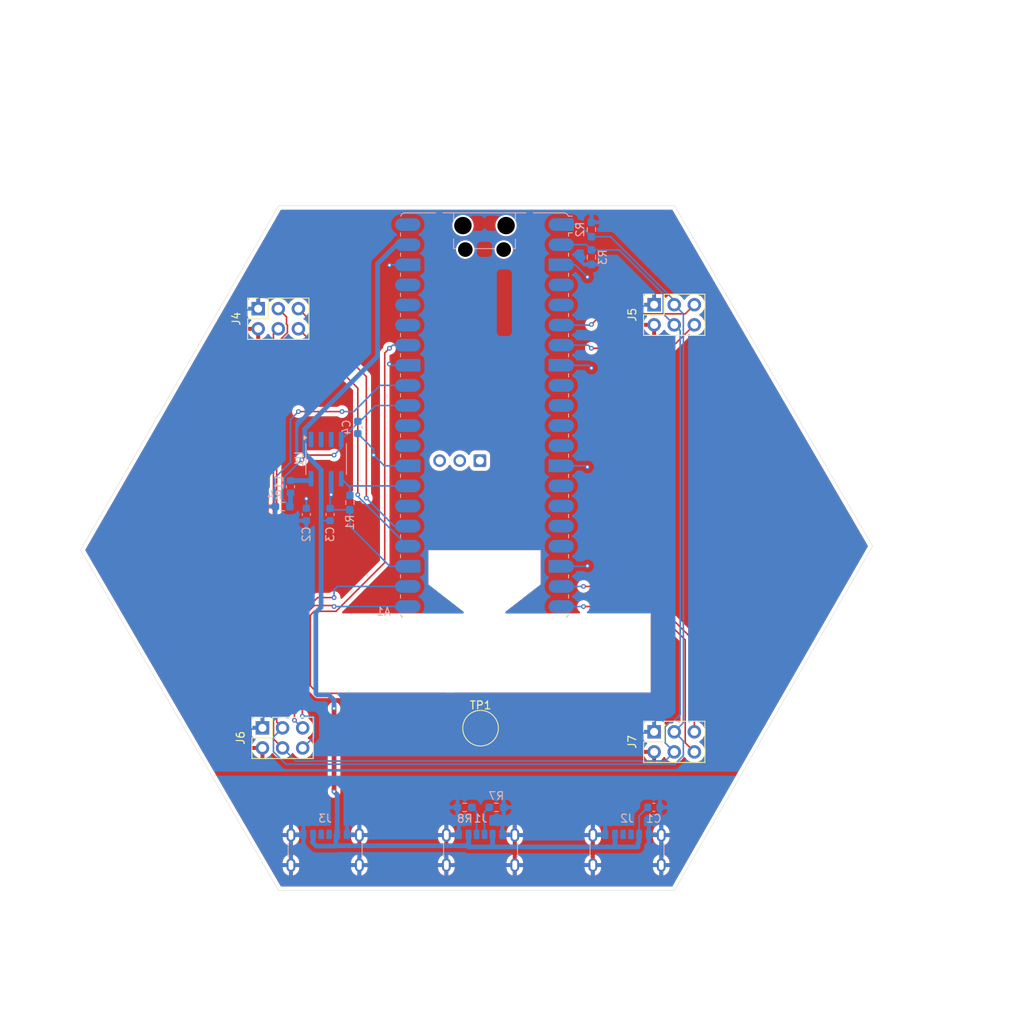
<source format=kicad_pcb>
(kicad_pcb (version 20241229) (generator "pcbnew") (generator_version "9.0")
  (layers (0 "F.Cu" signal) (2 "B.Cu" signal) (13 "F.Paste" user) (15 "B.Paste" user) (5 "F.SilkS" user "F.Silkscreen") (7 "B.SilkS" user "B.Silkscreen") (1 "F.Mask" user) (3 "B.Mask" user) (25 "Edge.Cuts" user))
  (net 0 "")
  (net 2 "/SAO_SCL")
  (net 3 "GND")
  (net 5 "/SAO2_GPIO1")
  (net 6 "/SAO1_GPIO1")
  (net 7 "/EN_3V3")
  (net 8 "/SAO4_GPIO1")
  (net 9 "/SAO1_GPIO2")
  (net 13 "/SAO2_GPIO2")
  (net 14 "/SAO3_GPIO2")
  (net 15 "+5V")
  (net 17 "+3V3")
  (net 19 "/SAO4_GPIO2")
  (net 23 "/SAO_SDA")
  (net 24 "/SAO3_GPIO1")
  (net 25 "Net-(J1-CC1)")
  (net 26 "Net-(J1-CC2)")
  (net 31 "Net-(U1-OUT)")
  (net 42 "/3V3_HI")
  (net 43 "/3V3_LO")
  (net 44 "/TOUCH")
  (footprint "TestPoint:TestPoint_Pad_D4.0mm" (layer "F.Cu") (at 125.5 116)
    (property "Reference" "TP1")
    (property "Value" "TestPoint")
  )
  (footprint "Connector_PinSocket_2.54mm:PinSocket_2x03_P2.54mm_Vertical" (layer "F.Cu") (at 147.42 116.46 90)
    (property "Reference" "J7")
    (property "Value" "Conn_02x03_Odd_Even")
  )
  (footprint "Connector_PinSocket_2.54mm:PinSocket_2x03_P2.54mm_Vertical" (layer "F.Cu") (at 97.96 115.96 90)
    (property "Reference" "J6")
    (property "Value" "Conn_02x03_Odd_Even")
  )
  (footprint "Connector_PinSocket_2.54mm:PinSocket_2x03_P2.54mm_Vertical" (layer "F.Cu") (at 97.42 63 90)
    (property "Reference" "J4")
    (property "Value" "Conn_02x03_Odd_Even")
  )
  (footprint "Connector_PinSocket_2.54mm:PinSocket_2x03_P2.54mm_Vertical" (layer "F.Cu") (at 147.42 62.5 90)
    (property "Reference" "J5")
    (property "Value" "Conn_02x03_Odd_Even")
  )
  (footprint "Connector_USB:USB_C_Receptacle_GCT_USB4125-xx-x_6P_TopMnt_Horizontal" (layer "B.Cu") (at 144 132.5 180)
    (property "Reference" "J2")
    (property "Value" "Power Out")
  )
  (footprint "Resistor_SMD:R_0603_1608Metric_Pad0.98x0.95mm_HandSolder" (layer "B.Cu") (at 127.5 126 180)
    (property "Reference" "R7")
    (property "Value" "5.1K")
  )
  (footprint "Capacitor_SMD:C_0603_1608Metric" (layer "B.Cu") (at 110 78 -90)
    (property "Reference" "C4")
    (property "Value" "120uF")
  )
  (footprint "Connector_USB:USB_C_Receptacle_GCT_USB4125-xx-x_6P_TopMnt_Horizontal" (layer "B.Cu") (at 125.5 132.5 180)
    (property "Reference" "J1")
    (property "Value" "Power In")
  )
  (footprint "Resistor_SMD:R_0603_1608Metric_Pad0.98x0.95mm_HandSolder" (layer "B.Cu") (at 139.5 56.5 90)
    (property "Reference" "R3")
    (property "Value" "4.7k")
  )
  (footprint "Connector_USB:USB_C_Receptacle_GCT_USB4125-xx-x_6P_TopMnt_Horizontal" (layer "B.Cu") (at 105.875 132.5 180)
    (property "Reference" "J3")
    (property "Value" "Power Out")
  )
  (footprint "Capacitor_SMD:C_0603_1608Metric" (layer "B.Cu") (at 147.375 126)
    (property "Reference" "C1")
    (property "Value" "10uF")
  )
  (footprint "Resistor_SMD:R_0603_1608Metric_Pad0.98x0.95mm_HandSolder" (layer "B.Cu") (at 123.5 126)
    (property "Reference" "R8")
    (property "Value" "5.1K")
  )
  (footprint "Resistor_SMD:R_0603_1608Metric_Pad0.98x0.95mm_HandSolder" (layer "B.Cu") (at 139.5 53 -90)
    (property "Reference" "R2")
    (property "Value" "4.7k")
  )
  (footprint "Capacitor_SMD:C_0603_1608Metric" (layer "B.Cu") (at 106.5 89 90)
    (property "Reference" "C3")
    (property "Value" "68uF")
  )
  (footprint "Resistor_SMD:R_0603_1608Metric_Pad0.98x0.95mm_HandSolder" (layer "B.Cu") (at 100.5 88 180)
    (property "Reference" "R4")
    (property "Value" "10")
  )
  (footprint "Inductor_SMD:L_0603_1608Metric" (layer "B.Cu") (at 101.5 85.5 -90)
    (property "Reference" "L1")
    (property "Value" "100uH")
  )
  (footprint "Package_SO:SOIC-8_3.9x4.9mm_P1.27mm" (layer "B.Cu") (at 106 82 -90)
    (property "Reference" "U1")
    (property "Value" "LM2594M-3.3")
  )
  (footprint "Capacitor_SMD:C_0603_1608Metric" (layer "B.Cu") (at 103.5 89 90)
    (property "Reference" "C2")
    (property "Value" "C")
  )
  (footprint "Module:RaspberryPi_Pico_W_SMD_HandSolder" (layer "B.Cu") (at 126 76.5 180)
    (property "Reference" "A1")
    (property "Value" "RaspberryPi_Pico_W")
  )
  (footprint "Resistor_SMD:R_0603_1608Metric_Pad0.98x0.95mm_HandSolder" (layer "B.Cu") (at 109 87.5 -90)
    (property "Reference" "R1")
    (property "Value" "1M")
  )
  (footprint "NetTie:NetTie-2_SMD_Pad0.5mm" (layer "B.Cu") (at 99.5 86.5 90)
    (property "Reference" "NT1" (hide yes))
    (property "Value" "NetTie_2" (hide yes))
  )
  (gr_poly (pts (xy 100 50) (xy 150 50) (xy 175 93) (xy 150 136.5) (xy 100 136.5) (xy 75 93.5)) (stroke (width 0.05)) (fill no) (layer "Edge.Cuts"))
  (segment (start 99.349 66.151) (end 99.96 65.54) (width 0.2) (layer "F.Cu") (net 2))
  (segment (start 99.349 117.349) (end 99.349 66.151) (width 0.2) (layer "F.Cu") (net 2))
  (segment (start 100.5 118.5) (end 99.349 117.349) (width 0.2) (layer "F.Cu") (net 2))
  (segment (start 149.96 65.04) (end 150.71 65.79) (width 0.2) (layer "B.Cu") (net 2))
  (segment (start 100.5 118.5) (end 102.151 120.151) (width 0.2) (layer "B.Cu") (net 2))
  (segment (start 148.809 120.151) (end 149.96 119) (width 0.2) (layer "B.Cu") (net 2))
  (segment (start 143.0204 55.5875) (end 139.5 55.5875) (width 0.2) (layer "B.Cu") (net 2))
  (segment (start 148.571 61.1381) (end 143.0204 55.5875) (width 0.2) (layer "B.Cu") (net 2))
  (segment (start 149.35388 115.29224) (end 148.809 115.83712) (width 0.2) (layer "B.Cu") (net 2))
  (segment (start 150.71 65.79) (end 150.71 114.29) (width 0.2) (layer "B.Cu") (net 2))
  (segment (start 138.8225 54.91) (end 139.5 55.5875) (width 0.2) (layer "B.Cu") (net 2))
  (segment (start 150.71 114.29) (end 149.70776 115.29224) (width 0.2) (layer "B.Cu") (net 2))
  (segment (start 148.809 117.849) (end 149.96 119) (width 0.2) (layer "B.Cu") (net 2))
  (segment (start 149.96 65.04) (end 148.571 63.651) (width 0.2) (layer "B.Cu") (net 2))
  (segment (start 135.69 54.91) (end 138.8225 54.91) (width 0.2) (layer "B.Cu") (net 2))
  (segment (start 148.571 63.651) (end 148.571 61.1381) (width 0.2) (layer "B.Cu") (net 2))
  (segment (start 102.151 120.151) (end 148.809 120.151) (width 0.2) (layer "B.Cu") (net 2))
  (segment (start 149.70776 115.29224) (end 149.35388 115.29224) (width 0.2) (layer "B.Cu") (net 2))
  (segment (start 148.809 115.83712) (end 148.809 117.849) (width 0.2) (layer "B.Cu") (net 2))
  (via (at 106.635 86.5) (size 0.6) (drill 0.3) (layers "F.Cu" "B.Cu") (net 3))
  (via (at 139 83) (size 0.6) (drill 0.3) (layers "F.Cu" "B.Cu") (net 3))
  (via (at 114 70) (size 0.6) (drill 0.3) (layers "F.Cu" "B.Cu") (net 3))
  (via (at 103.5 87) (size 0.6) (drill 0.3) (layers "F.Cu" "B.Cu") (net 3))
  (via (at 114 57.5) (size 0.6) (drill 0.3) (layers "F.Cu" "B.Cu") (net 3))
  (via (at 139 59) (size 0.6) (drill 0.3) (layers "F.Cu" "B.Cu") (net 3))
  (via (at 139.5 70.5) (size 0.6) (drill 0.3) (layers "F.Cu" "B.Cu") (net 3))
  (via (at 112 81.5) (size 0.6) (drill 0.3) (layers "F.Cu" "B.Cu") (net 3))
  (via (at 139 95.5) (size 0.6) (drill 0.3) (layers "F.Cu" "B.Cu") (net 3))
  (segment (start 135.69 70.15) (end 139.15 70.15) (width 0.2) (layer "B.Cu") (net 3))
  (segment (start 109 90.5) (end 109 88.4125) (width 0.2) (layer "B.Cu") (net 3))
  (segment (start 106.635 86.5) (end 106.635 84.475) (width 0.6) (layer "B.Cu") (net 3))
  (segment (start 138.95 95.55) (end 139 95.5) (width 0.2) (layer "B.Cu") (net 3))
  (segment (start 106.5 88.225) (end 106.5 86.635) (width 0.2) (layer "B.Cu") (net 3))
  (segment (start 116.31 70.15) (end 114.15 70.15) (width 0.2) (layer "B.Cu") (net 3))
  (segment (start 114.05 57.45) (end 114 57.5) (width 0.2) (layer "B.Cu") (net 3))
  (segment (start 114.15 70.15) (end 114 70) (width 0.2) (layer "B.Cu") (net 3))
  (segment (start 109 88.4125) (end 106.6875 88.4125) (width 0.2) (layer "B.Cu") (net 3))
  (segment (start 106.6875 88.4125) (end 106.5 88.225) (width 0.2) (layer "B.Cu") (net 3))
  (segment (start 138.85 82.85) (end 139 83) (width 0.2) (layer "B.Cu") (net 3))
  (segment (start 139.15 70.15) (end 139.5 70.5) (width 0.2) (layer "B.Cu") (net 3))
  (segment (start 112 81.5) (end 112 80.775) (width 0.2) (layer "B.Cu") (net 3))
  (segment (start 137.45 57.45) (end 139 59) (width 0.2) (layer "B.Cu") (net 3))
  (segment (start 113.35 82.85) (end 112 81.5) (width 0.2) (layer "B.Cu") (net 3))
  (segment (start 135.69 82.85) (end 138.85 82.85) (width 0.2) (layer "B.Cu") (net 3))
  (segment (start 135.69 95.55) (end 138.95 95.55) (width 0.2) (layer "B.Cu") (net 3))
  (segment (start 112 80.775) (end 110 78.775) (width 0.2) (layer "B.Cu") (net 3))
  (segment (start 106.5 86.635) (end 106.635 86.5) (width 0.2) (layer "B.Cu") (net 3))
  (segment (start 103.5 88.225) (end 103.5 87) (width 0.2) (layer "B.Cu") (net 3))
  (segment (start 114.05 95.55) (end 109 90.5) (width 0.2) (layer "B.Cu") (net 3))
  (segment (start 116.31 57.45) (end 114.05 57.45) (width 0.2) (layer "B.Cu") (net 3))
  (segment (start 116.31 95.55) (end 114.05 95.55) (width 0.2) (layer "B.Cu") (net 3))
  (segment (start 135.69 57.45) (end 137.45 57.45) (width 0.2) (layer "B.Cu") (net 3))
  (segment (start 116.31 82.85) (end 113.35 82.85) (width 0.2) (layer "B.Cu") (net 3))
  (segment (start 151.349 63.651) (end 152.5 62.5) (width 0.2) (layer "F.Cu") (net 5))
  (segment (start 139.5 65) (end 140.849 63.651) (width 0.2) (layer "F.Cu") (net 5))
  (segment (start 140.849 63.651) (end 151.349 63.651) (width 0.2) (layer "F.Cu") (net 5))
  (via (at 139.5 65) (size 0.6) (drill 0.3) (layers "F.Cu" "B.Cu") (net 5))
  (segment (start 135.69 65.07) (end 139.43 65.07) (width 0.2) (layer "B.Cu") (net 5))
  (segment (start 139.43 65.07) (end 139.5 65) (width 0.2) (layer "B.Cu") (net 5))
  (segment (start 111.074265 71.574265) (end 102.5 63) (width 0.2) (layer "F.Cu") (net 6))
  (segment (start 111.074265 86.925735) (end 111.074265 71.574265) (width 0.2) (layer "F.Cu") (net 6))
  (via (at 111.074265 86.925735) (size 0.6) (drill 0.3) (layers "F.Cu" "B.Cu") (net 6))
  (segment (start 114.61853 90.47) (end 111.074265 86.925735) (width 0.2) (layer "B.Cu") (net 6))
  (segment (start 116.31 90.47) (end 114.61853 90.47) (width 0.2) (layer "B.Cu") (net 6))
  (segment (start 116.31 85.39) (end 108.82 85.39) (width 0.2) (layer "B.Cu") (net 7))
  (segment (start 109 85.57) (end 109 86.5875) (width 0.2) (layer "B.Cu") (net 7))
  (segment (start 108.82 85.39) (end 107.905 84.475) (width 0.2) (layer "B.Cu") (net 7))
  (segment (start 109 85.57) (end 107.905 84.475) (width 0.2) (layer "B.Cu") (net 7))
  (segment (start 145.59 98.09) (end 152.5 105) (width 0.2) (layer "F.Cu") (net 8))
  (segment (start 152.5 105) (end 152.5 116.46) (width 0.2) (layer "F.Cu") (net 8))
  (segment (start 138.5 98.09) (end 145.59 98.09) (width 0.2) (layer "F.Cu") (net 8))
  (via (at 138.5 98.09) (size 0.6) (drill 0.3) (layers "F.Cu" "B.Cu") (net 8))
  (segment (start 138.5 98.09) (end 135.69 98.09) (width 0.2) (layer "B.Cu") (net 8))
  (segment (start 110 73.04) (end 102.5 65.54) (width 0.2) (layer "F.Cu") (net 9))
  (segment (start 110 86.5) (end 110 73.04) (width 0.2) (layer "F.Cu") (net 9))
  (via (at 110 86.5) (size 0.6) (drill 0.3) (layers "F.Cu" "B.Cu") (net 9))
  (segment (start 110 86.7) (end 110 86.5) (width 0.2) (layer "B.Cu") (net 9))
  (segment (start 116.31 93.01) (end 110 86.7) (width 0.2) (layer "B.Cu") (net 9))
  (segment (start 139.5 68) (end 149.54 68) (width 0.2) (layer "F.Cu") (net 13))
  (segment (start 149.54 68) (end 152.5 65.04) (width 0.2) (layer "F.Cu") (net 13))
  (via (at 139.5 68) (size 0.6) (drill 0.3) (layers "F.Cu" "B.Cu") (net 13))
  (segment (start 139.11 67.61) (end 139.5 68) (width 0.2) (layer "B.Cu") (net 13))
  (segment (start 135.69 67.61) (end 139.11 67.61) (width 0.2) (layer "B.Cu") (net 13))
  (segment (start 106.87 100.5) (end 107 100.63) (width 0.2) (layer "F.Cu") (net 14))
  (segment (start 104.5 100.5) (end 106.87 100.5) (width 0.2) (layer "F.Cu") (net 14))
  (segment (start 103 114.5) (end 103 102) (width 0.2) (layer "F.Cu") (net 14))
  (segment (start 103 102) (end 104.5 100.5) (width 0.2) (layer "F.Cu") (net 14))
  (via (at 103 114.5) (size 0.6) (drill 0.3) (layers "F.Cu" "B.Cu") (net 14))
  (via (at 107 100.63) (size 0.6) (drill 0.3) (layers "F.Cu" "B.Cu") (net 14))
  (segment (start 103 114.5) (end 104.366299 114.5) (width 0.2) (layer "B.Cu") (net 14))
  (segment (start 104.5 117.04) (end 103.04 118.5) (width 0.2) (layer "B.Cu") (net 14))
  (segment (start 104.5 114.633701) (end 104.5 117.04) (width 0.2) (layer "B.Cu") (net 14))
  (segment (start 107 100.63) (end 116.31 100.63) (width 0.2) (layer "B.Cu") (net 14))
  (segment (start 104.366299 114.5) (end 104.5 114.633701) (width 0.2) (layer "B.Cu") (net 14))
  (segment (start 107 113.5) (end 107 124) (width 0.6) (layer "F.Cu") (net 15))
  (via (at 107 113.5) (size 0.6) (drill 0.3) (layers "F.Cu" "B.Cu") (net 15))
  (via (at 107 124) (size 0.6) (drill 0.3) (layers "F.Cu" "B.Cu") (net 15))
  (segment (start 104.355 130.2925) (end 104.25 130.3975) (width 0.6) (layer "B.Cu") (net 15))
  (segment (start 104.25 130.3975) (end 104.75 130.8975) (width 0.6) (layer "B.Cu") (net 15))
  (segment (start 105.365 89.5) (end 105.365 84.475) (width 0.6) (layer "B.Cu") (net 15))
  (segment (start 104.699 111.624678) (end 104.699 101.375322) (width 0.6) (layer "B.Cu") (net 15))
  (segment (start 104.875322 111.801) (end 104.699 111.624678) (width 0.6) (layer "B.Cu") (net 15))
  (segment (start 107 113.5) (end 107 112.462839) (width 0.6) (layer "B.Cu") (net 15))
  (segment (start 145.52 130.355) (end 145.375 130.5) (width 0.6) (layer "B.Cu") (net 15))
  (segment (start 145.52 127.08) (end 145.52 129.4675) (width 0.2) (layer "B.Cu") (net 15))
  (segment (start 105.365 100.709322) (end 105.365 89.5) (width 0.6) (layer "B.Cu") (net 15))
  (segment (start 107.395 124.395) (end 107.395 129.42) (width 0.6) (layer "B.Cu") (net 15))
  (segment (start 142.48 131) (end 145.375 131) (width 0.6) (layer "B.Cu") (net 15))
  (segment (start 105.365 83.365) (end 103.294 81.294) (width 0.6) (layer "B.Cu") (net 15))
  (segment (start 104.699 101.375322) (end 105.365 100.709322) (width 0.6) (layer "B.Cu") (net 15))
  (segment (start 145.375 130.5) (end 145.375 131) (width 0.6) (layer "B.Cu") (net 15))
  (segment (start 123.851 130.851) (end 124 131) (width 0.6) (layer "B.Cu") (net 15))
  (segment (start 124 131) (end 124 129.4875) (width 0.6) (layer "B.Cu") (net 15))
  (segment (start 105.365 84.475) (end 105.365 83.365) (width 0.6) (layer "B.Cu") (net 15))
  (segment (start 103.294 78.206) (end 112.5 69) (width 0.6) (layer "B.Cu") (net 15))
  (segment (start 107.25 129.51) (end 107.395 129.365) (width 0.6) (layer "B.Cu") (net 15))
  (segment (start 103.294 81.294) (end 103.294 78.206) (width 0.6) (layer "B.Cu") (net 15))
  (segment (start 107.25 130.8975) (end 107.2965 130.851) (width 0.6) (layer "B.Cu") (net 15))
  (segment (start 106.5 89.775) (end 105.64 89.775) (width 0.2) (layer "B.Cu") (net 15))
  (segment (start 107 112.462839) (end 106.338161 111.801) (width 0.6) (layer "B.Cu") (net 15))
  (segment (start 107.25 130.8975) (end 107.25 129.51) (width 0.6) (layer "B.Cu") (net 15))
  (segment (start 127 131) (end 124 131) (width 0.6) (layer "B.Cu") (net 15))
  (segment (start 105.64 89.775) (end 105.365 89.5) (width 0.2) (layer "B.Cu") (net 15))
  (segment (start 146.6 126) (end 145.52 127.08) (width 0.2) (layer "B.Cu") (net 15))
  (segment (start 124 129.4875) (end 123.98 129.4675) (width 0.6) (layer "B.Cu") (net 15))
  (segment (start 104.75 130.8975) (end 107.25 130.8975) (width 0.6) (layer "B.Cu") (net 15))
  (segment (start 114.91 54.91) (end 116.31 54.91) (width 0.6) (layer "B.Cu") (net 15))
  (segment (start 127 131) (end 142.48 131) (width 0.6) (layer "B.Cu") (net 15))
  (segment (start 127.02 129.4675) (end 127.02 130.98) (width 0.6) (layer "B.Cu") (net 15))
  (segment (start 127.02 130.98) (end 127 131) (width 0.6) (layer "B.Cu") (net 15))
  (segment (start 112.5 69) (end 112.5 57.32) (width 0.6) (layer "B.Cu") (net 15))
  (segment (start 104.355 129.365) (end 104.355 130.2925) (width 0.6) (layer "B.Cu") (net 15))
  (segment (start 145.52 129.4675) (end 145.52 130.355) (width 0.6) (layer "B.Cu") (net 15))
  (segment (start 112.5 57.32) (end 114.91 54.91) (width 0.6) (layer "B.Cu") (net 15))
  (segment (start 142.48 131) (end 142.48 129.4675) (width 0.6) (layer "B.Cu") (net 15))
  (segment (start 106.338161 111.801) (end 104.875322 111.801) (width 0.6) (layer "B.Cu") (net 15))
  (segment (start 107.2965 130.851) (end 123.851 130.851) (width 0.6) (layer "B.Cu") (net 15))
  (segment (start 107.395 129.365) (end 107.395 129.623014) (width 0.2) (layer "B.Cu") (net 15))
  (segment (start 107.395 129.449064) (end 107.395 129.365) (width 0.6) (layer "B.Cu") (net 15))
  (segment (start 107 124) (end 107.395 124.395) (width 0.6) (layer "B.Cu") (net 15))
  (segment (start 99.5 87.9125) (end 99.5875 88) (width 0.2) (layer "B.Cu") (net 17))
  (segment (start 99.5 87) (end 99.5 87.9125) (width 0.2) (layer "B.Cu") (net 17))
  (segment (start 138.5 100.63) (end 147.13 100.63) (width 0.2) (layer "F.Cu") (net 19))
  (segment (start 147.13 100.63) (end 151.349 104.849) (width 0.2) (layer "F.Cu") (net 19))
  (segment (start 151.349 117.849) (end 152.5 119) (width 0.2) (layer "F.Cu") (net 19))
  (segment (start 151.349 104.849) (end 151.349 117.849) (width 0.2) (layer "F.Cu") (net 19))
  (via (at 138.5 100.63) (size 0.6) (drill 0.3) (layers "F.Cu" "B.Cu") (net 19))
  (segment (start 138.5 100.63) (end 135.69 100.63) (width 0.2) (layer "B.Cu") (net 19))
  (segment (start 101 64.04) (end 99.96 63) (width 0.2) (layer "F.Cu") (net 23))
  (segment (start 99.75 67.37776) (end 101.111 66.01676) (width 0.2) (layer "F.Cu") (net 23))
  (segment (start 101.111 66.01676) (end 101.111 65.06324) (width 0.2) (layer "F.Cu") (net 23))
  (segment (start 99.75 115.21) (end 99.75 67.37776) (width 0.2) (layer "F.Cu") (net 23))
  (segment (start 101.111 65.06324) (end 101 64.95224) (width 0.2) (layer "F.Cu") (net 23))
  (segment (start 101 64.95224) (end 101 64.04) (width 0.2) (layer "F.Cu") (net 23))
  (segment (start 100.5 115.96) (end 99.75 115.21) (width 0.2) (layer "F.Cu") (net 23))
  (segment (start 150.03576 120.552) (end 151.111 119.47676) (width 0.2) (layer "B.Cu") (net 23))
  (segment (start 99.349 117.111) (end 99.349 118.97676) (width 0.2) (layer "B.Cu") (net 23))
  (segment (start 151.111 115.309) (end 149.96 116.46) (width 0.2) (layer "B.Cu") (net 23))
  (segment (start 151.111 63.651) (end 151.111 115.309) (width 0.2) (layer "B.Cu") (net 23))
  (segment (start 151.111 117.611) (end 149.96 116.46) (width 0.2) (layer "B.Cu") (net 23))
  (segment (start 139.5 53.9125) (end 141.9125 53.9125) (width 0.2) (layer "B.Cu") (net 23))
  (segment (start 137.9575 52.37) (end 139.5 53.9125) (width 0.2) (layer "B.Cu") (net 23))
  (segment (start 141.9125 53.9125) (end 149.96 61.96) (width 0.2) (layer "B.Cu") (net 23))
  (segment (start 99.349 118.97676) (end 100.92424 120.552) (width 0.2) (layer "B.Cu") (net 23))
  (segment (start 135.69 52.37) (end 137.9575 52.37) (width 0.2) (layer "B.Cu") (net 23))
  (segment (start 100.5 115.96) (end 99.349 117.111) (width 0.2) (layer "B.Cu") (net 23))
  (segment (start 149.96 61.96) (end 149.96 62.5) (width 0.2) (layer "B.Cu") (net 23))
  (segment (start 100.92424 120.552) (end 150.03576 120.552) (width 0.2) (layer "B.Cu") (net 23))
  (segment (start 149.96 62.5) (end 151.111 63.651) (width 0.2) (layer "B.Cu") (net 23))
  (segment (start 151.111 119.47676) (end 151.111 117.611) (width 0.2) (layer "B.Cu") (net 23))
  (segment (start 104.9329 99.5) (end 107 99.5) (width 0.2) (layer "F.Cu") (net 24))
  (segment (start 102 115) (end 102 114) (width 0.2) (layer "F.Cu") (net 24))
  (segment (start 102 114) (end 102.5 113.5) (width 0.2) (layer "F.Cu") (net 24))
  (segment (start 102.5 113.5) (end 102.5 101.9329) (width 0.2) (layer "F.Cu") (net 24))
  (segment (start 102.5 101.9329) (end 104.9329 99.5) (width 0.2) (layer "F.Cu") (net 24))
  (via (at 107 99.5) (size 0.6) (drill 0.3) (layers "F.Cu" "B.Cu") (net 24))
  (via (at 102 115) (size 0.6) (drill 0.3) (layers "F.Cu" "B.Cu") (net 24))
  (segment (start 107 99.5) (end 107 98.5) (width 0.2) (layer "B.Cu") (net 24))
  (segment (start 107 98.5) (end 107.41 98.09) (width 0.2) (layer "B.Cu") (net 24))
  (segment (start 107.41 98.09) (end 116.31 98.09) (width 0.2) (layer "B.Cu") (net 24))
  (segment (start 102.96 115.96) (end 103.04 115.96) (width 0.2) (layer "B.Cu") (net 24))
  (segment (start 102 115) (end 102.96 115.96) (width 0.2) (layer "B.Cu") (net 24))
  (segment (start 126 126.5875) (end 126.5875 126) (width 0.2) (layer "B.Cu") (net 25))
  (segment (start 126 129.4675) (end 126 126.5875) (width 0.2) (layer "B.Cu") (net 25))
  (segment (start 125 129.4675) (end 125 126.5875) (width 0.2) (layer "B.Cu") (net 26))
  (segment (start 125 126.5875) (end 124.4125 126) (width 0.2) (layer "B.Cu") (net 26))
  (segment (start 103.8575 84.7125) (end 104.095 84.475) (width 0.2) (layer "B.Cu") (net 31))
  (segment (start 101.5 84.7125) (end 103.8575 84.7125) (width 0.6) (layer "B.Cu") (net 31))
  (segment (start 103.51898 81.5) (end 102.943804 82.075176) (width 0.2) (layer "F.Cu") (net 42))
  (segment (start 107 81.5) (end 103.51898 81.5) (width 0.2) (layer "F.Cu") (net 42))
  (via (at 107 81.5) (size 0.6) (drill 0.3) (layers "F.Cu" "B.Cu") (net 42))
  (via (at 102.943804 82.075176) (size 0.6) (drill 0.3) (layers "F.Cu" "B.Cu") (net 42))
  (segment (start 107.905 80.595) (end 107 81.5) (width 0.2) (layer "B.Cu") (net 42))
  (segment (start 110 77.225) (end 110 77.43) (width 0.2) (layer "B.Cu") (net 42))
  (segment (start 100.9125 87.4125) (end 100.9125 87.5) (width 0.2) (layer "B.Cu") (net 42))
  (segment (start 102.921224 82.075176) (end 100.724 84.2724) (width 0.2) (layer "B.Cu") (net 42))
  (segment (start 102.943804 82.075176) (end 102.921224 82.075176) (width 0.2) (layer "B.Cu") (net 42))
  (segment (start 100.724 85.5115) (end 100.5 85.7355) (width 0.2) (layer "B.Cu") (net 42))
  (segment (start 100.9125 87.5) (end 101.4125 88) (width 0.2) (layer "B.Cu") (net 42))
  (segment (start 110 77.43) (end 107.905 79.525) (width 0.2) (layer "B.Cu") (net 42))
  (segment (start 112.27 75.23) (end 116.31 75.23) (width 0.2) (layer "B.Cu") (net 42))
  (segment (start 101.5 86.2875) (end 101.5 88.0875) (width 0.6) (layer "B.Cu") (net 42))
  (segment (start 100.5 87) (end 100.9125 87.4125) (width 0.2) (layer "B.Cu") (net 42))
  (segment (start 110.275 77.225) (end 112.27 75.23) (width 0.2) (layer "B.Cu") (net 42))
  (segment (start 100.724 84.2724) (end 100.724 85.5115) (width 0.2) (layer "B.Cu") (net 42))
  (segment (start 107.905 79.525) (end 107.905 80.595) (width 0.2) (layer "B.Cu") (net 42))
  (segment (start 100.5 85.7355) (end 100.5 87) (width 0.2) (layer "B.Cu") (net 42))
  (segment (start 110 77.225) (end 110.275 77.225) (width 0.2) (layer "B.Cu") (net 42))
  (segment (start 102.5 76) (end 108 76) (width 0.2) (layer "F.Cu") (net 43))
  (via (at 108 76) (size 0.6) (drill 0.3) (layers "F.Cu" "B.Cu") (net 43))
  (via (at 102.5 76) (size 0.6) (drill 0.3) (layers "F.Cu" "B.Cu") (net 43))
  (segment (start 99.5 84.396893) (end 99.5 86) (width 0.2) (layer "B.Cu") (net 43))
  (segment (start 112.81 72.69) (end 116.31 72.69) (width 0.2) (layer "B.Cu") (net 43))
  (segment (start 101.5 77) (end 101.5 82.396893) (width 0.2) (layer "B.Cu") (net 43))
  (segment (start 109.5 76) (end 112.81 72.69) (width 0.2) (layer "B.Cu") (net 43))
  (segment (start 101.5 82.396893) (end 99.5 84.396893) (width 0.2) (layer "B.Cu") (net 43))
  (segment (start 102.5 76) (end 101.5 77) (width 0.2) (layer "B.Cu") (net 43))
  (segment (start 108 76) (end 109.5 76) (width 0.2) (layer "B.Cu") (net 43))
  (segment (start 104.958164 111.601) (end 121.101 111.601) (width 0.2) (layer "F.Cu") (net 44))
  (segment (start 107.248943 101.231) (end 104.5 101.231) (width 0.2) (layer "F.Cu") (net 44))
  (segment (start 121.101 111.601) (end 125.5 116) (width 0.2) (layer "F.Cu") (net 44))
  (segment (start 114 68) (end 113.399 68.601) (width 0.2) (layer "F.Cu") (net 44))
  (segment (start 113.399 95.080943) (end 107.248943 101.231) (width 0.2) (layer "F.Cu") (net 44))
  (segment (start 104 110.642836) (end 104.958164 111.601) (width 0.2) (layer "F.Cu") (net 44))
  (segment (start 113.399 68.601) (end 113.399 95.080943) (width 0.2) (layer "F.Cu") (net 44))
  (segment (start 104.5 101.231) (end 104 101.731) (width 0.2) (layer "F.Cu") (net 44))
  (segment (start 104 101.731) (end 104 110.642836) (width 0.2) (layer "F.Cu") (net 44))
  (via (at 114 68) (size 0.6) (drill 0.3) (layers "F.Cu" "B.Cu") (net 44))
  (segment (start 114 68) (end 114.39 67.61) (width 0.2) (layer "B.Cu") (net 44))
  (segment (start 114.39 67.61) (end 116.31 67.61) (width 0.2) (layer "B.Cu") (net 44))
  (zone (net 3) (net_name "GND") (layer "F.Cu") (connect_pads (clearance 0.5)) (min_thickness 0.25) (fill yes (thermal_gap 0.5) (thermal_bridge_width 0.5))
    (polygon (pts (xy 179.5 152.5) (xy 74.5 152.5) (xy 74.5 47.043005) (xy 179.5 47.235213)))
  )
  (zone (net 17) (net_name "+3V3") (layer "B.Cu") (priority 1) (connect_pads (clearance 0.5)) (min_thickness 0.25) (fill yes (thermal_gap 0.5) (thermal_bridge_width 0.5))
    (polygon (pts (xy 75 121.509616) (xy 179 121.5) (xy 179.5 24) (xy 75 24)))
  )
  (zone (net 3) (net_name "GND") (layer "B.Cu") (priority 2) (connect_pads (clearance 0.5)) (min_thickness 0.25) (fill yes (thermal_gap 0.5) (thermal_bridge_width 0.5))
    (polygon (pts (xy 161.5 122) (xy 161.5 145.90164) (xy 88 145.5) (xy 88.5 122)))
  )
)
</source>
